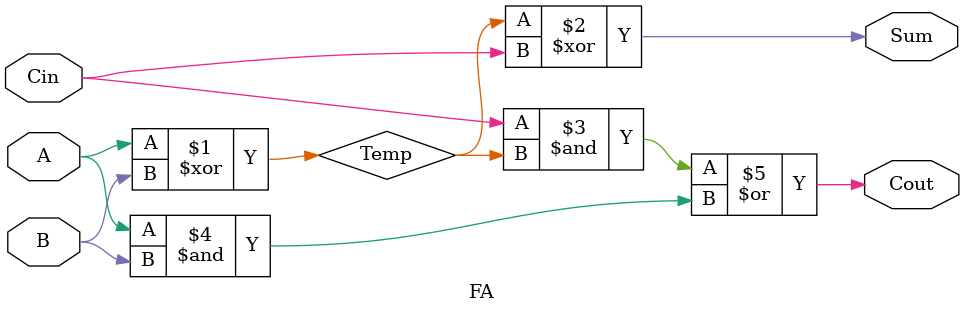
<source format=v>
`timescale 1ns / 1ps



module FA(
    input A,
    input B,
    input Cin,
    output Cout,
    output Sum
    );
  
   wire Temp; 
   
   assign Temp = A ^ B;
    
   assign Sum = Temp ^ Cin; 
   
   assign Cout = ((Cin & Temp) | (A & B));
    
    
endmodule

</source>
